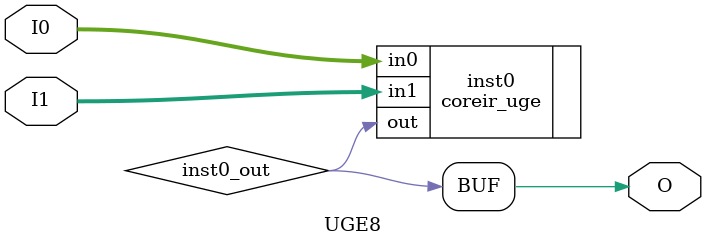
<source format=v>
module UGE8 (input [7:0] I0, input [7:0] I1, output  O);
wire  inst0_out;
coreir_uge inst0 (.in0(I0), .in1(I1), .out(inst0_out));
assign O = inst0_out;
endmodule


</source>
